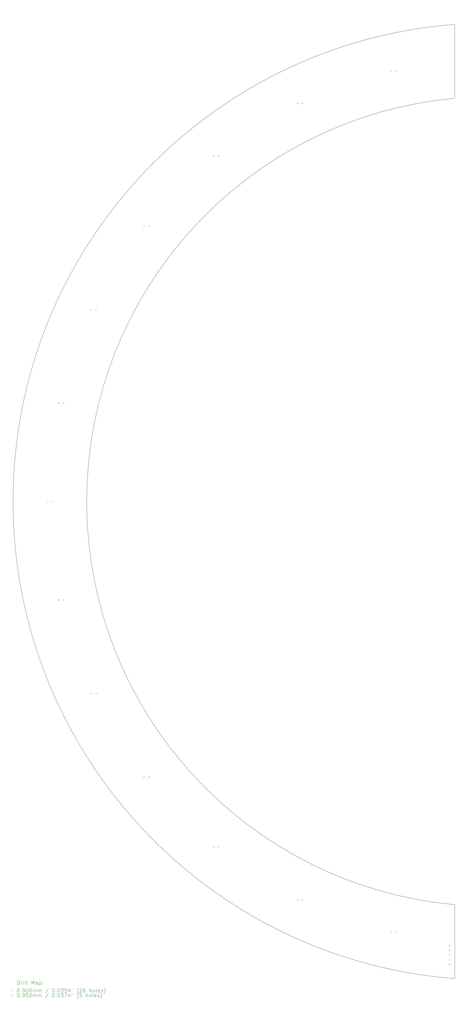
<source format=gbr>
%TF.GenerationSoftware,KiCad,Pcbnew,7.0.1-3b83917a11~172~ubuntu20.04.1*%
%TF.CreationDate,2023-04-19T14:41:03+02:00*%
%TF.ProjectId,nowcast,6e6f7763-6173-4742-9e6b-696361645f70,rev?*%
%TF.SameCoordinates,Original*%
%TF.FileFunction,Drillmap*%
%TF.FilePolarity,Positive*%
%FSLAX45Y45*%
G04 Gerber Fmt 4.5, Leading zero omitted, Abs format (unit mm)*
G04 Created by KiCad (PCBNEW 7.0.1-3b83917a11~172~ubuntu20.04.1) date 2023-04-19 14:41:03*
%MOMM*%
%LPD*%
G01*
G04 APERTURE LIST*
%ADD10C,0.130000*%
%ADD11C,0.200000*%
%ADD12C,0.090000*%
%ADD13C,0.095000*%
G04 APERTURE END LIST*
D10*
X89905285Y-30609350D02*
X89905285Y-34623514D01*
X89905285Y-78441111D02*
X89905285Y-82455275D01*
X89905285Y-34623514D02*
G75*
G03*
X89905285Y-78441110I1999991J-21908798D01*
G01*
X89905285Y-30609350D02*
G75*
G03*
X89905285Y-82455275I2000000J-25922963D01*
G01*
D11*
D12*
X67732500Y-56492500D02*
X67822500Y-56582500D01*
X67822500Y-56492500D02*
X67732500Y-56582500D01*
X67986500Y-56492500D02*
X68076500Y-56582500D01*
X68076500Y-56492500D02*
X67986500Y-56582500D01*
X68337500Y-51142500D02*
X68427500Y-51232500D01*
X68427500Y-51142500D02*
X68337500Y-51232500D01*
X68345000Y-61837500D02*
X68435000Y-61927500D01*
X68435000Y-61837500D02*
X68345000Y-61927500D01*
X68591500Y-51142500D02*
X68681500Y-51232500D01*
X68681500Y-51142500D02*
X68591500Y-51232500D01*
X68599000Y-61837500D02*
X68689000Y-61927500D01*
X68689000Y-61837500D02*
X68599000Y-61927500D01*
X70111000Y-46075000D02*
X70201000Y-46165000D01*
X70201000Y-46075000D02*
X70111000Y-46165000D01*
X70118500Y-66917500D02*
X70208500Y-67007500D01*
X70208500Y-66917500D02*
X70118500Y-67007500D01*
X70365000Y-46075000D02*
X70455000Y-46165000D01*
X70455000Y-46075000D02*
X70365000Y-46165000D01*
X70372500Y-66917500D02*
X70462500Y-67007500D01*
X70462500Y-66917500D02*
X70372500Y-67007500D01*
X72967500Y-41522500D02*
X73057500Y-41612500D01*
X73057500Y-41522500D02*
X72967500Y-41612500D01*
X72970000Y-71462500D02*
X73060000Y-71552500D01*
X73060000Y-71462500D02*
X72970000Y-71552500D01*
X73221500Y-41522500D02*
X73311500Y-41612500D01*
X73311500Y-41522500D02*
X73221500Y-41612500D01*
X73224000Y-71462500D02*
X73314000Y-71552500D01*
X73314000Y-71462500D02*
X73224000Y-71552500D01*
X76762500Y-37732500D02*
X76852500Y-37822500D01*
X76852500Y-37732500D02*
X76762500Y-37822500D01*
X76765000Y-75252500D02*
X76855000Y-75342500D01*
X76855000Y-75252500D02*
X76765000Y-75342500D01*
X77016500Y-37732500D02*
X77106500Y-37822500D01*
X77106500Y-37732500D02*
X77016500Y-37822500D01*
X77019000Y-75252500D02*
X77109000Y-75342500D01*
X77109000Y-75252500D02*
X77019000Y-75342500D01*
X81325000Y-78130000D02*
X81415000Y-78220000D01*
X81415000Y-78130000D02*
X81325000Y-78220000D01*
X81327500Y-34862500D02*
X81417500Y-34952500D01*
X81417500Y-34862500D02*
X81327500Y-34952500D01*
X81579000Y-78130000D02*
X81669000Y-78220000D01*
X81669000Y-78130000D02*
X81579000Y-78220000D01*
X81581500Y-34862500D02*
X81671500Y-34952500D01*
X81671500Y-34862500D02*
X81581500Y-34952500D01*
X86391000Y-33097500D02*
X86481000Y-33187500D01*
X86481000Y-33097500D02*
X86391000Y-33187500D01*
X86391000Y-79892500D02*
X86481000Y-79982500D01*
X86481000Y-79892500D02*
X86391000Y-79982500D01*
X86645000Y-33097500D02*
X86735000Y-33187500D01*
X86735000Y-33097500D02*
X86645000Y-33187500D01*
X86645000Y-79892500D02*
X86735000Y-79982500D01*
X86735000Y-79892500D02*
X86645000Y-79982500D01*
D13*
X89665000Y-80680000D02*
G75*
G03*
X89665000Y-80680000I-47500J0D01*
G01*
X89665000Y-80930000D02*
G75*
G03*
X89665000Y-80930000I-47500J0D01*
G01*
X89665000Y-81180000D02*
G75*
G03*
X89665000Y-81180000I-47500J0D01*
G01*
X89665000Y-81430000D02*
G75*
G03*
X89665000Y-81430000I-47500J0D01*
G01*
X89665000Y-81680000D02*
G75*
G03*
X89665000Y-81680000I-47500J0D01*
G01*
D11*
X66146404Y-82774299D02*
X66146404Y-82574299D01*
X66146404Y-82574299D02*
X66194023Y-82574299D01*
X66194023Y-82574299D02*
X66222594Y-82583823D01*
X66222594Y-82583823D02*
X66241642Y-82602870D01*
X66241642Y-82602870D02*
X66251166Y-82621918D01*
X66251166Y-82621918D02*
X66260689Y-82660013D01*
X66260689Y-82660013D02*
X66260689Y-82688585D01*
X66260689Y-82688585D02*
X66251166Y-82726680D01*
X66251166Y-82726680D02*
X66241642Y-82745728D01*
X66241642Y-82745728D02*
X66222594Y-82764775D01*
X66222594Y-82764775D02*
X66194023Y-82774299D01*
X66194023Y-82774299D02*
X66146404Y-82774299D01*
X66346404Y-82774299D02*
X66346404Y-82640966D01*
X66346404Y-82679061D02*
X66355927Y-82660013D01*
X66355927Y-82660013D02*
X66365451Y-82650489D01*
X66365451Y-82650489D02*
X66384499Y-82640966D01*
X66384499Y-82640966D02*
X66403547Y-82640966D01*
X66470213Y-82774299D02*
X66470213Y-82640966D01*
X66470213Y-82574299D02*
X66460689Y-82583823D01*
X66460689Y-82583823D02*
X66470213Y-82593347D01*
X66470213Y-82593347D02*
X66479737Y-82583823D01*
X66479737Y-82583823D02*
X66470213Y-82574299D01*
X66470213Y-82574299D02*
X66470213Y-82593347D01*
X66594023Y-82774299D02*
X66574975Y-82764775D01*
X66574975Y-82764775D02*
X66565451Y-82745728D01*
X66565451Y-82745728D02*
X66565451Y-82574299D01*
X66698785Y-82774299D02*
X66679737Y-82764775D01*
X66679737Y-82764775D02*
X66670213Y-82745728D01*
X66670213Y-82745728D02*
X66670213Y-82574299D01*
X66927356Y-82774299D02*
X66927356Y-82574299D01*
X66927356Y-82574299D02*
X66994023Y-82717156D01*
X66994023Y-82717156D02*
X67060689Y-82574299D01*
X67060689Y-82574299D02*
X67060689Y-82774299D01*
X67241642Y-82774299D02*
X67241642Y-82669537D01*
X67241642Y-82669537D02*
X67232118Y-82650489D01*
X67232118Y-82650489D02*
X67213070Y-82640966D01*
X67213070Y-82640966D02*
X67174975Y-82640966D01*
X67174975Y-82640966D02*
X67155928Y-82650489D01*
X67241642Y-82764775D02*
X67222594Y-82774299D01*
X67222594Y-82774299D02*
X67174975Y-82774299D01*
X67174975Y-82774299D02*
X67155928Y-82764775D01*
X67155928Y-82764775D02*
X67146404Y-82745728D01*
X67146404Y-82745728D02*
X67146404Y-82726680D01*
X67146404Y-82726680D02*
X67155928Y-82707632D01*
X67155928Y-82707632D02*
X67174975Y-82698109D01*
X67174975Y-82698109D02*
X67222594Y-82698109D01*
X67222594Y-82698109D02*
X67241642Y-82688585D01*
X67336880Y-82640966D02*
X67336880Y-82840966D01*
X67336880Y-82650489D02*
X67355928Y-82640966D01*
X67355928Y-82640966D02*
X67394023Y-82640966D01*
X67394023Y-82640966D02*
X67413070Y-82650489D01*
X67413070Y-82650489D02*
X67422594Y-82660013D01*
X67422594Y-82660013D02*
X67432118Y-82679061D01*
X67432118Y-82679061D02*
X67432118Y-82736204D01*
X67432118Y-82736204D02*
X67422594Y-82755251D01*
X67422594Y-82755251D02*
X67413070Y-82764775D01*
X67413070Y-82764775D02*
X67394023Y-82774299D01*
X67394023Y-82774299D02*
X67355928Y-82774299D01*
X67355928Y-82774299D02*
X67336880Y-82764775D01*
X67517832Y-82755251D02*
X67527356Y-82764775D01*
X67527356Y-82764775D02*
X67517832Y-82774299D01*
X67517832Y-82774299D02*
X67508309Y-82764775D01*
X67508309Y-82764775D02*
X67517832Y-82755251D01*
X67517832Y-82755251D02*
X67517832Y-82774299D01*
X67517832Y-82650489D02*
X67527356Y-82660013D01*
X67527356Y-82660013D02*
X67517832Y-82669537D01*
X67517832Y-82669537D02*
X67508309Y-82660013D01*
X67508309Y-82660013D02*
X67517832Y-82650489D01*
X67517832Y-82650489D02*
X67517832Y-82669537D01*
D12*
X65808785Y-83056775D02*
X65898785Y-83146775D01*
X65898785Y-83056775D02*
X65808785Y-83146775D01*
D11*
X66184499Y-82994299D02*
X66203547Y-82994299D01*
X66203547Y-82994299D02*
X66222594Y-83003823D01*
X66222594Y-83003823D02*
X66232118Y-83013347D01*
X66232118Y-83013347D02*
X66241642Y-83032394D01*
X66241642Y-83032394D02*
X66251166Y-83070489D01*
X66251166Y-83070489D02*
X66251166Y-83118109D01*
X66251166Y-83118109D02*
X66241642Y-83156204D01*
X66241642Y-83156204D02*
X66232118Y-83175251D01*
X66232118Y-83175251D02*
X66222594Y-83184775D01*
X66222594Y-83184775D02*
X66203547Y-83194299D01*
X66203547Y-83194299D02*
X66184499Y-83194299D01*
X66184499Y-83194299D02*
X66165451Y-83184775D01*
X66165451Y-83184775D02*
X66155927Y-83175251D01*
X66155927Y-83175251D02*
X66146404Y-83156204D01*
X66146404Y-83156204D02*
X66136880Y-83118109D01*
X66136880Y-83118109D02*
X66136880Y-83070489D01*
X66136880Y-83070489D02*
X66146404Y-83032394D01*
X66146404Y-83032394D02*
X66155927Y-83013347D01*
X66155927Y-83013347D02*
X66165451Y-83003823D01*
X66165451Y-83003823D02*
X66184499Y-82994299D01*
X66336880Y-83175251D02*
X66346404Y-83184775D01*
X66346404Y-83184775D02*
X66336880Y-83194299D01*
X66336880Y-83194299D02*
X66327356Y-83184775D01*
X66327356Y-83184775D02*
X66336880Y-83175251D01*
X66336880Y-83175251D02*
X66336880Y-83194299D01*
X66441642Y-83194299D02*
X66479737Y-83194299D01*
X66479737Y-83194299D02*
X66498785Y-83184775D01*
X66498785Y-83184775D02*
X66508308Y-83175251D01*
X66508308Y-83175251D02*
X66527356Y-83146680D01*
X66527356Y-83146680D02*
X66536880Y-83108585D01*
X66536880Y-83108585D02*
X66536880Y-83032394D01*
X66536880Y-83032394D02*
X66527356Y-83013347D01*
X66527356Y-83013347D02*
X66517832Y-83003823D01*
X66517832Y-83003823D02*
X66498785Y-82994299D01*
X66498785Y-82994299D02*
X66460689Y-82994299D01*
X66460689Y-82994299D02*
X66441642Y-83003823D01*
X66441642Y-83003823D02*
X66432118Y-83013347D01*
X66432118Y-83013347D02*
X66422594Y-83032394D01*
X66422594Y-83032394D02*
X66422594Y-83080013D01*
X66422594Y-83080013D02*
X66432118Y-83099061D01*
X66432118Y-83099061D02*
X66441642Y-83108585D01*
X66441642Y-83108585D02*
X66460689Y-83118109D01*
X66460689Y-83118109D02*
X66498785Y-83118109D01*
X66498785Y-83118109D02*
X66517832Y-83108585D01*
X66517832Y-83108585D02*
X66527356Y-83099061D01*
X66527356Y-83099061D02*
X66536880Y-83080013D01*
X66660689Y-82994299D02*
X66679737Y-82994299D01*
X66679737Y-82994299D02*
X66698785Y-83003823D01*
X66698785Y-83003823D02*
X66708308Y-83013347D01*
X66708308Y-83013347D02*
X66717832Y-83032394D01*
X66717832Y-83032394D02*
X66727356Y-83070489D01*
X66727356Y-83070489D02*
X66727356Y-83118109D01*
X66727356Y-83118109D02*
X66717832Y-83156204D01*
X66717832Y-83156204D02*
X66708308Y-83175251D01*
X66708308Y-83175251D02*
X66698785Y-83184775D01*
X66698785Y-83184775D02*
X66679737Y-83194299D01*
X66679737Y-83194299D02*
X66660689Y-83194299D01*
X66660689Y-83194299D02*
X66641642Y-83184775D01*
X66641642Y-83184775D02*
X66632118Y-83175251D01*
X66632118Y-83175251D02*
X66622594Y-83156204D01*
X66622594Y-83156204D02*
X66613070Y-83118109D01*
X66613070Y-83118109D02*
X66613070Y-83070489D01*
X66613070Y-83070489D02*
X66622594Y-83032394D01*
X66622594Y-83032394D02*
X66632118Y-83013347D01*
X66632118Y-83013347D02*
X66641642Y-83003823D01*
X66641642Y-83003823D02*
X66660689Y-82994299D01*
X66851166Y-82994299D02*
X66870213Y-82994299D01*
X66870213Y-82994299D02*
X66889261Y-83003823D01*
X66889261Y-83003823D02*
X66898785Y-83013347D01*
X66898785Y-83013347D02*
X66908308Y-83032394D01*
X66908308Y-83032394D02*
X66917832Y-83070489D01*
X66917832Y-83070489D02*
X66917832Y-83118109D01*
X66917832Y-83118109D02*
X66908308Y-83156204D01*
X66908308Y-83156204D02*
X66898785Y-83175251D01*
X66898785Y-83175251D02*
X66889261Y-83184775D01*
X66889261Y-83184775D02*
X66870213Y-83194299D01*
X66870213Y-83194299D02*
X66851166Y-83194299D01*
X66851166Y-83194299D02*
X66832118Y-83184775D01*
X66832118Y-83184775D02*
X66822594Y-83175251D01*
X66822594Y-83175251D02*
X66813070Y-83156204D01*
X66813070Y-83156204D02*
X66803547Y-83118109D01*
X66803547Y-83118109D02*
X66803547Y-83070489D01*
X66803547Y-83070489D02*
X66813070Y-83032394D01*
X66813070Y-83032394D02*
X66822594Y-83013347D01*
X66822594Y-83013347D02*
X66832118Y-83003823D01*
X66832118Y-83003823D02*
X66851166Y-82994299D01*
X67003547Y-83194299D02*
X67003547Y-83060966D01*
X67003547Y-83080013D02*
X67013070Y-83070489D01*
X67013070Y-83070489D02*
X67032118Y-83060966D01*
X67032118Y-83060966D02*
X67060689Y-83060966D01*
X67060689Y-83060966D02*
X67079737Y-83070489D01*
X67079737Y-83070489D02*
X67089261Y-83089537D01*
X67089261Y-83089537D02*
X67089261Y-83194299D01*
X67089261Y-83089537D02*
X67098785Y-83070489D01*
X67098785Y-83070489D02*
X67117832Y-83060966D01*
X67117832Y-83060966D02*
X67146404Y-83060966D01*
X67146404Y-83060966D02*
X67165451Y-83070489D01*
X67165451Y-83070489D02*
X67174975Y-83089537D01*
X67174975Y-83089537D02*
X67174975Y-83194299D01*
X67270213Y-83194299D02*
X67270213Y-83060966D01*
X67270213Y-83080013D02*
X67279737Y-83070489D01*
X67279737Y-83070489D02*
X67298785Y-83060966D01*
X67298785Y-83060966D02*
X67327356Y-83060966D01*
X67327356Y-83060966D02*
X67346404Y-83070489D01*
X67346404Y-83070489D02*
X67355928Y-83089537D01*
X67355928Y-83089537D02*
X67355928Y-83194299D01*
X67355928Y-83089537D02*
X67365451Y-83070489D01*
X67365451Y-83070489D02*
X67384499Y-83060966D01*
X67384499Y-83060966D02*
X67413070Y-83060966D01*
X67413070Y-83060966D02*
X67432118Y-83070489D01*
X67432118Y-83070489D02*
X67441642Y-83089537D01*
X67441642Y-83089537D02*
X67441642Y-83194299D01*
X67832118Y-82984775D02*
X67660690Y-83241918D01*
X68089261Y-82994299D02*
X68108309Y-82994299D01*
X68108309Y-82994299D02*
X68127356Y-83003823D01*
X68127356Y-83003823D02*
X68136880Y-83013347D01*
X68136880Y-83013347D02*
X68146404Y-83032394D01*
X68146404Y-83032394D02*
X68155928Y-83070489D01*
X68155928Y-83070489D02*
X68155928Y-83118109D01*
X68155928Y-83118109D02*
X68146404Y-83156204D01*
X68146404Y-83156204D02*
X68136880Y-83175251D01*
X68136880Y-83175251D02*
X68127356Y-83184775D01*
X68127356Y-83184775D02*
X68108309Y-83194299D01*
X68108309Y-83194299D02*
X68089261Y-83194299D01*
X68089261Y-83194299D02*
X68070213Y-83184775D01*
X68070213Y-83184775D02*
X68060690Y-83175251D01*
X68060690Y-83175251D02*
X68051166Y-83156204D01*
X68051166Y-83156204D02*
X68041642Y-83118109D01*
X68041642Y-83118109D02*
X68041642Y-83070489D01*
X68041642Y-83070489D02*
X68051166Y-83032394D01*
X68051166Y-83032394D02*
X68060690Y-83013347D01*
X68060690Y-83013347D02*
X68070213Y-83003823D01*
X68070213Y-83003823D02*
X68089261Y-82994299D01*
X68241642Y-83175251D02*
X68251166Y-83184775D01*
X68251166Y-83184775D02*
X68241642Y-83194299D01*
X68241642Y-83194299D02*
X68232118Y-83184775D01*
X68232118Y-83184775D02*
X68241642Y-83175251D01*
X68241642Y-83175251D02*
X68241642Y-83194299D01*
X68374975Y-82994299D02*
X68394023Y-82994299D01*
X68394023Y-82994299D02*
X68413071Y-83003823D01*
X68413071Y-83003823D02*
X68422594Y-83013347D01*
X68422594Y-83013347D02*
X68432118Y-83032394D01*
X68432118Y-83032394D02*
X68441642Y-83070489D01*
X68441642Y-83070489D02*
X68441642Y-83118109D01*
X68441642Y-83118109D02*
X68432118Y-83156204D01*
X68432118Y-83156204D02*
X68422594Y-83175251D01*
X68422594Y-83175251D02*
X68413071Y-83184775D01*
X68413071Y-83184775D02*
X68394023Y-83194299D01*
X68394023Y-83194299D02*
X68374975Y-83194299D01*
X68374975Y-83194299D02*
X68355928Y-83184775D01*
X68355928Y-83184775D02*
X68346404Y-83175251D01*
X68346404Y-83175251D02*
X68336880Y-83156204D01*
X68336880Y-83156204D02*
X68327356Y-83118109D01*
X68327356Y-83118109D02*
X68327356Y-83070489D01*
X68327356Y-83070489D02*
X68336880Y-83032394D01*
X68336880Y-83032394D02*
X68346404Y-83013347D01*
X68346404Y-83013347D02*
X68355928Y-83003823D01*
X68355928Y-83003823D02*
X68374975Y-82994299D01*
X68508309Y-82994299D02*
X68632118Y-82994299D01*
X68632118Y-82994299D02*
X68565452Y-83070489D01*
X68565452Y-83070489D02*
X68594023Y-83070489D01*
X68594023Y-83070489D02*
X68613071Y-83080013D01*
X68613071Y-83080013D02*
X68622594Y-83089537D01*
X68622594Y-83089537D02*
X68632118Y-83108585D01*
X68632118Y-83108585D02*
X68632118Y-83156204D01*
X68632118Y-83156204D02*
X68622594Y-83175251D01*
X68622594Y-83175251D02*
X68613071Y-83184775D01*
X68613071Y-83184775D02*
X68594023Y-83194299D01*
X68594023Y-83194299D02*
X68536880Y-83194299D01*
X68536880Y-83194299D02*
X68517833Y-83184775D01*
X68517833Y-83184775D02*
X68508309Y-83175251D01*
X68813071Y-82994299D02*
X68717833Y-82994299D01*
X68717833Y-82994299D02*
X68708309Y-83089537D01*
X68708309Y-83089537D02*
X68717833Y-83080013D01*
X68717833Y-83080013D02*
X68736880Y-83070489D01*
X68736880Y-83070489D02*
X68784499Y-83070489D01*
X68784499Y-83070489D02*
X68803547Y-83080013D01*
X68803547Y-83080013D02*
X68813071Y-83089537D01*
X68813071Y-83089537D02*
X68822594Y-83108585D01*
X68822594Y-83108585D02*
X68822594Y-83156204D01*
X68822594Y-83156204D02*
X68813071Y-83175251D01*
X68813071Y-83175251D02*
X68803547Y-83184775D01*
X68803547Y-83184775D02*
X68784499Y-83194299D01*
X68784499Y-83194299D02*
X68736880Y-83194299D01*
X68736880Y-83194299D02*
X68717833Y-83184775D01*
X68717833Y-83184775D02*
X68708309Y-83175251D01*
X68994023Y-83060966D02*
X68994023Y-83194299D01*
X68946404Y-82984775D02*
X68898785Y-83127632D01*
X68898785Y-83127632D02*
X69022594Y-83127632D01*
X69089261Y-82994299D02*
X69089261Y-83032394D01*
X69165452Y-82994299D02*
X69165452Y-83032394D01*
X69460690Y-83270489D02*
X69451166Y-83260966D01*
X69451166Y-83260966D02*
X69432118Y-83232394D01*
X69432118Y-83232394D02*
X69422595Y-83213347D01*
X69422595Y-83213347D02*
X69413071Y-83184775D01*
X69413071Y-83184775D02*
X69403547Y-83137156D01*
X69403547Y-83137156D02*
X69403547Y-83099061D01*
X69403547Y-83099061D02*
X69413071Y-83051442D01*
X69413071Y-83051442D02*
X69422595Y-83022870D01*
X69422595Y-83022870D02*
X69432118Y-83003823D01*
X69432118Y-83003823D02*
X69451166Y-82975251D01*
X69451166Y-82975251D02*
X69460690Y-82965728D01*
X69527356Y-83013347D02*
X69536880Y-83003823D01*
X69536880Y-83003823D02*
X69555928Y-82994299D01*
X69555928Y-82994299D02*
X69603547Y-82994299D01*
X69603547Y-82994299D02*
X69622595Y-83003823D01*
X69622595Y-83003823D02*
X69632118Y-83013347D01*
X69632118Y-83013347D02*
X69641642Y-83032394D01*
X69641642Y-83032394D02*
X69641642Y-83051442D01*
X69641642Y-83051442D02*
X69632118Y-83080013D01*
X69632118Y-83080013D02*
X69517833Y-83194299D01*
X69517833Y-83194299D02*
X69641642Y-83194299D01*
X69813071Y-82994299D02*
X69774975Y-82994299D01*
X69774975Y-82994299D02*
X69755928Y-83003823D01*
X69755928Y-83003823D02*
X69746404Y-83013347D01*
X69746404Y-83013347D02*
X69727356Y-83041918D01*
X69727356Y-83041918D02*
X69717833Y-83080013D01*
X69717833Y-83080013D02*
X69717833Y-83156204D01*
X69717833Y-83156204D02*
X69727356Y-83175251D01*
X69727356Y-83175251D02*
X69736880Y-83184775D01*
X69736880Y-83184775D02*
X69755928Y-83194299D01*
X69755928Y-83194299D02*
X69794023Y-83194299D01*
X69794023Y-83194299D02*
X69813071Y-83184775D01*
X69813071Y-83184775D02*
X69822595Y-83175251D01*
X69822595Y-83175251D02*
X69832118Y-83156204D01*
X69832118Y-83156204D02*
X69832118Y-83108585D01*
X69832118Y-83108585D02*
X69822595Y-83089537D01*
X69822595Y-83089537D02*
X69813071Y-83080013D01*
X69813071Y-83080013D02*
X69794023Y-83070489D01*
X69794023Y-83070489D02*
X69755928Y-83070489D01*
X69755928Y-83070489D02*
X69736880Y-83080013D01*
X69736880Y-83080013D02*
X69727356Y-83089537D01*
X69727356Y-83089537D02*
X69717833Y-83108585D01*
X70070214Y-83194299D02*
X70070214Y-82994299D01*
X70155928Y-83194299D02*
X70155928Y-83089537D01*
X70155928Y-83089537D02*
X70146404Y-83070489D01*
X70146404Y-83070489D02*
X70127357Y-83060966D01*
X70127357Y-83060966D02*
X70098785Y-83060966D01*
X70098785Y-83060966D02*
X70079737Y-83070489D01*
X70079737Y-83070489D02*
X70070214Y-83080013D01*
X70279737Y-83194299D02*
X70260690Y-83184775D01*
X70260690Y-83184775D02*
X70251166Y-83175251D01*
X70251166Y-83175251D02*
X70241642Y-83156204D01*
X70241642Y-83156204D02*
X70241642Y-83099061D01*
X70241642Y-83099061D02*
X70251166Y-83080013D01*
X70251166Y-83080013D02*
X70260690Y-83070489D01*
X70260690Y-83070489D02*
X70279737Y-83060966D01*
X70279737Y-83060966D02*
X70308309Y-83060966D01*
X70308309Y-83060966D02*
X70327357Y-83070489D01*
X70327357Y-83070489D02*
X70336880Y-83080013D01*
X70336880Y-83080013D02*
X70346404Y-83099061D01*
X70346404Y-83099061D02*
X70346404Y-83156204D01*
X70346404Y-83156204D02*
X70336880Y-83175251D01*
X70336880Y-83175251D02*
X70327357Y-83184775D01*
X70327357Y-83184775D02*
X70308309Y-83194299D01*
X70308309Y-83194299D02*
X70279737Y-83194299D01*
X70460690Y-83194299D02*
X70441642Y-83184775D01*
X70441642Y-83184775D02*
X70432118Y-83165728D01*
X70432118Y-83165728D02*
X70432118Y-82994299D01*
X70613071Y-83184775D02*
X70594023Y-83194299D01*
X70594023Y-83194299D02*
X70555928Y-83194299D01*
X70555928Y-83194299D02*
X70536880Y-83184775D01*
X70536880Y-83184775D02*
X70527357Y-83165728D01*
X70527357Y-83165728D02*
X70527357Y-83089537D01*
X70527357Y-83089537D02*
X70536880Y-83070489D01*
X70536880Y-83070489D02*
X70555928Y-83060966D01*
X70555928Y-83060966D02*
X70594023Y-83060966D01*
X70594023Y-83060966D02*
X70613071Y-83070489D01*
X70613071Y-83070489D02*
X70622595Y-83089537D01*
X70622595Y-83089537D02*
X70622595Y-83108585D01*
X70622595Y-83108585D02*
X70527357Y-83127632D01*
X70698785Y-83184775D02*
X70717833Y-83194299D01*
X70717833Y-83194299D02*
X70755928Y-83194299D01*
X70755928Y-83194299D02*
X70774976Y-83184775D01*
X70774976Y-83184775D02*
X70784499Y-83165728D01*
X70784499Y-83165728D02*
X70784499Y-83156204D01*
X70784499Y-83156204D02*
X70774976Y-83137156D01*
X70774976Y-83137156D02*
X70755928Y-83127632D01*
X70755928Y-83127632D02*
X70727357Y-83127632D01*
X70727357Y-83127632D02*
X70708309Y-83118109D01*
X70708309Y-83118109D02*
X70698785Y-83099061D01*
X70698785Y-83099061D02*
X70698785Y-83089537D01*
X70698785Y-83089537D02*
X70708309Y-83070489D01*
X70708309Y-83070489D02*
X70727357Y-83060966D01*
X70727357Y-83060966D02*
X70755928Y-83060966D01*
X70755928Y-83060966D02*
X70774976Y-83070489D01*
X70851166Y-83270489D02*
X70860690Y-83260966D01*
X70860690Y-83260966D02*
X70879738Y-83232394D01*
X70879738Y-83232394D02*
X70889261Y-83213347D01*
X70889261Y-83213347D02*
X70898785Y-83184775D01*
X70898785Y-83184775D02*
X70908309Y-83137156D01*
X70908309Y-83137156D02*
X70908309Y-83099061D01*
X70908309Y-83099061D02*
X70898785Y-83051442D01*
X70898785Y-83051442D02*
X70889261Y-83022870D01*
X70889261Y-83022870D02*
X70879738Y-83003823D01*
X70879738Y-83003823D02*
X70860690Y-82975251D01*
X70860690Y-82975251D02*
X70851166Y-82965728D01*
D13*
X65898785Y-83365775D02*
G75*
G03*
X65898785Y-83365775I-47500J0D01*
G01*
D11*
X66184499Y-83258299D02*
X66203547Y-83258299D01*
X66203547Y-83258299D02*
X66222594Y-83267823D01*
X66222594Y-83267823D02*
X66232118Y-83277347D01*
X66232118Y-83277347D02*
X66241642Y-83296394D01*
X66241642Y-83296394D02*
X66251166Y-83334489D01*
X66251166Y-83334489D02*
X66251166Y-83382109D01*
X66251166Y-83382109D02*
X66241642Y-83420204D01*
X66241642Y-83420204D02*
X66232118Y-83439251D01*
X66232118Y-83439251D02*
X66222594Y-83448775D01*
X66222594Y-83448775D02*
X66203547Y-83458299D01*
X66203547Y-83458299D02*
X66184499Y-83458299D01*
X66184499Y-83458299D02*
X66165451Y-83448775D01*
X66165451Y-83448775D02*
X66155927Y-83439251D01*
X66155927Y-83439251D02*
X66146404Y-83420204D01*
X66146404Y-83420204D02*
X66136880Y-83382109D01*
X66136880Y-83382109D02*
X66136880Y-83334489D01*
X66136880Y-83334489D02*
X66146404Y-83296394D01*
X66146404Y-83296394D02*
X66155927Y-83277347D01*
X66155927Y-83277347D02*
X66165451Y-83267823D01*
X66165451Y-83267823D02*
X66184499Y-83258299D01*
X66336880Y-83439251D02*
X66346404Y-83448775D01*
X66346404Y-83448775D02*
X66336880Y-83458299D01*
X66336880Y-83458299D02*
X66327356Y-83448775D01*
X66327356Y-83448775D02*
X66336880Y-83439251D01*
X66336880Y-83439251D02*
X66336880Y-83458299D01*
X66441642Y-83458299D02*
X66479737Y-83458299D01*
X66479737Y-83458299D02*
X66498785Y-83448775D01*
X66498785Y-83448775D02*
X66508308Y-83439251D01*
X66508308Y-83439251D02*
X66527356Y-83410680D01*
X66527356Y-83410680D02*
X66536880Y-83372585D01*
X66536880Y-83372585D02*
X66536880Y-83296394D01*
X66536880Y-83296394D02*
X66527356Y-83277347D01*
X66527356Y-83277347D02*
X66517832Y-83267823D01*
X66517832Y-83267823D02*
X66498785Y-83258299D01*
X66498785Y-83258299D02*
X66460689Y-83258299D01*
X66460689Y-83258299D02*
X66441642Y-83267823D01*
X66441642Y-83267823D02*
X66432118Y-83277347D01*
X66432118Y-83277347D02*
X66422594Y-83296394D01*
X66422594Y-83296394D02*
X66422594Y-83344013D01*
X66422594Y-83344013D02*
X66432118Y-83363061D01*
X66432118Y-83363061D02*
X66441642Y-83372585D01*
X66441642Y-83372585D02*
X66460689Y-83382109D01*
X66460689Y-83382109D02*
X66498785Y-83382109D01*
X66498785Y-83382109D02*
X66517832Y-83372585D01*
X66517832Y-83372585D02*
X66527356Y-83363061D01*
X66527356Y-83363061D02*
X66536880Y-83344013D01*
X66717832Y-83258299D02*
X66622594Y-83258299D01*
X66622594Y-83258299D02*
X66613070Y-83353537D01*
X66613070Y-83353537D02*
X66622594Y-83344013D01*
X66622594Y-83344013D02*
X66641642Y-83334489D01*
X66641642Y-83334489D02*
X66689261Y-83334489D01*
X66689261Y-83334489D02*
X66708308Y-83344013D01*
X66708308Y-83344013D02*
X66717832Y-83353537D01*
X66717832Y-83353537D02*
X66727356Y-83372585D01*
X66727356Y-83372585D02*
X66727356Y-83420204D01*
X66727356Y-83420204D02*
X66717832Y-83439251D01*
X66717832Y-83439251D02*
X66708308Y-83448775D01*
X66708308Y-83448775D02*
X66689261Y-83458299D01*
X66689261Y-83458299D02*
X66641642Y-83458299D01*
X66641642Y-83458299D02*
X66622594Y-83448775D01*
X66622594Y-83448775D02*
X66613070Y-83439251D01*
X66851166Y-83258299D02*
X66870213Y-83258299D01*
X66870213Y-83258299D02*
X66889261Y-83267823D01*
X66889261Y-83267823D02*
X66898785Y-83277347D01*
X66898785Y-83277347D02*
X66908308Y-83296394D01*
X66908308Y-83296394D02*
X66917832Y-83334489D01*
X66917832Y-83334489D02*
X66917832Y-83382109D01*
X66917832Y-83382109D02*
X66908308Y-83420204D01*
X66908308Y-83420204D02*
X66898785Y-83439251D01*
X66898785Y-83439251D02*
X66889261Y-83448775D01*
X66889261Y-83448775D02*
X66870213Y-83458299D01*
X66870213Y-83458299D02*
X66851166Y-83458299D01*
X66851166Y-83458299D02*
X66832118Y-83448775D01*
X66832118Y-83448775D02*
X66822594Y-83439251D01*
X66822594Y-83439251D02*
X66813070Y-83420204D01*
X66813070Y-83420204D02*
X66803547Y-83382109D01*
X66803547Y-83382109D02*
X66803547Y-83334489D01*
X66803547Y-83334489D02*
X66813070Y-83296394D01*
X66813070Y-83296394D02*
X66822594Y-83277347D01*
X66822594Y-83277347D02*
X66832118Y-83267823D01*
X66832118Y-83267823D02*
X66851166Y-83258299D01*
X67003547Y-83458299D02*
X67003547Y-83324966D01*
X67003547Y-83344013D02*
X67013070Y-83334489D01*
X67013070Y-83334489D02*
X67032118Y-83324966D01*
X67032118Y-83324966D02*
X67060689Y-83324966D01*
X67060689Y-83324966D02*
X67079737Y-83334489D01*
X67079737Y-83334489D02*
X67089261Y-83353537D01*
X67089261Y-83353537D02*
X67089261Y-83458299D01*
X67089261Y-83353537D02*
X67098785Y-83334489D01*
X67098785Y-83334489D02*
X67117832Y-83324966D01*
X67117832Y-83324966D02*
X67146404Y-83324966D01*
X67146404Y-83324966D02*
X67165451Y-83334489D01*
X67165451Y-83334489D02*
X67174975Y-83353537D01*
X67174975Y-83353537D02*
X67174975Y-83458299D01*
X67270213Y-83458299D02*
X67270213Y-83324966D01*
X67270213Y-83344013D02*
X67279737Y-83334489D01*
X67279737Y-83334489D02*
X67298785Y-83324966D01*
X67298785Y-83324966D02*
X67327356Y-83324966D01*
X67327356Y-83324966D02*
X67346404Y-83334489D01*
X67346404Y-83334489D02*
X67355928Y-83353537D01*
X67355928Y-83353537D02*
X67355928Y-83458299D01*
X67355928Y-83353537D02*
X67365451Y-83334489D01*
X67365451Y-83334489D02*
X67384499Y-83324966D01*
X67384499Y-83324966D02*
X67413070Y-83324966D01*
X67413070Y-83324966D02*
X67432118Y-83334489D01*
X67432118Y-83334489D02*
X67441642Y-83353537D01*
X67441642Y-83353537D02*
X67441642Y-83458299D01*
X67832118Y-83248775D02*
X67660690Y-83505918D01*
X68089261Y-83258299D02*
X68108309Y-83258299D01*
X68108309Y-83258299D02*
X68127356Y-83267823D01*
X68127356Y-83267823D02*
X68136880Y-83277347D01*
X68136880Y-83277347D02*
X68146404Y-83296394D01*
X68146404Y-83296394D02*
X68155928Y-83334489D01*
X68155928Y-83334489D02*
X68155928Y-83382109D01*
X68155928Y-83382109D02*
X68146404Y-83420204D01*
X68146404Y-83420204D02*
X68136880Y-83439251D01*
X68136880Y-83439251D02*
X68127356Y-83448775D01*
X68127356Y-83448775D02*
X68108309Y-83458299D01*
X68108309Y-83458299D02*
X68089261Y-83458299D01*
X68089261Y-83458299D02*
X68070213Y-83448775D01*
X68070213Y-83448775D02*
X68060690Y-83439251D01*
X68060690Y-83439251D02*
X68051166Y-83420204D01*
X68051166Y-83420204D02*
X68041642Y-83382109D01*
X68041642Y-83382109D02*
X68041642Y-83334489D01*
X68041642Y-83334489D02*
X68051166Y-83296394D01*
X68051166Y-83296394D02*
X68060690Y-83277347D01*
X68060690Y-83277347D02*
X68070213Y-83267823D01*
X68070213Y-83267823D02*
X68089261Y-83258299D01*
X68241642Y-83439251D02*
X68251166Y-83448775D01*
X68251166Y-83448775D02*
X68241642Y-83458299D01*
X68241642Y-83458299D02*
X68232118Y-83448775D01*
X68232118Y-83448775D02*
X68241642Y-83439251D01*
X68241642Y-83439251D02*
X68241642Y-83458299D01*
X68374975Y-83258299D02*
X68394023Y-83258299D01*
X68394023Y-83258299D02*
X68413071Y-83267823D01*
X68413071Y-83267823D02*
X68422594Y-83277347D01*
X68422594Y-83277347D02*
X68432118Y-83296394D01*
X68432118Y-83296394D02*
X68441642Y-83334489D01*
X68441642Y-83334489D02*
X68441642Y-83382109D01*
X68441642Y-83382109D02*
X68432118Y-83420204D01*
X68432118Y-83420204D02*
X68422594Y-83439251D01*
X68422594Y-83439251D02*
X68413071Y-83448775D01*
X68413071Y-83448775D02*
X68394023Y-83458299D01*
X68394023Y-83458299D02*
X68374975Y-83458299D01*
X68374975Y-83458299D02*
X68355928Y-83448775D01*
X68355928Y-83448775D02*
X68346404Y-83439251D01*
X68346404Y-83439251D02*
X68336880Y-83420204D01*
X68336880Y-83420204D02*
X68327356Y-83382109D01*
X68327356Y-83382109D02*
X68327356Y-83334489D01*
X68327356Y-83334489D02*
X68336880Y-83296394D01*
X68336880Y-83296394D02*
X68346404Y-83277347D01*
X68346404Y-83277347D02*
X68355928Y-83267823D01*
X68355928Y-83267823D02*
X68374975Y-83258299D01*
X68508309Y-83258299D02*
X68632118Y-83258299D01*
X68632118Y-83258299D02*
X68565452Y-83334489D01*
X68565452Y-83334489D02*
X68594023Y-83334489D01*
X68594023Y-83334489D02*
X68613071Y-83344013D01*
X68613071Y-83344013D02*
X68622594Y-83353537D01*
X68622594Y-83353537D02*
X68632118Y-83372585D01*
X68632118Y-83372585D02*
X68632118Y-83420204D01*
X68632118Y-83420204D02*
X68622594Y-83439251D01*
X68622594Y-83439251D02*
X68613071Y-83448775D01*
X68613071Y-83448775D02*
X68594023Y-83458299D01*
X68594023Y-83458299D02*
X68536880Y-83458299D01*
X68536880Y-83458299D02*
X68517833Y-83448775D01*
X68517833Y-83448775D02*
X68508309Y-83439251D01*
X68698785Y-83258299D02*
X68832118Y-83258299D01*
X68832118Y-83258299D02*
X68746404Y-83458299D01*
X68994023Y-83324966D02*
X68994023Y-83458299D01*
X68946404Y-83248775D02*
X68898785Y-83391632D01*
X68898785Y-83391632D02*
X69022594Y-83391632D01*
X69089261Y-83258299D02*
X69089261Y-83296394D01*
X69165452Y-83258299D02*
X69165452Y-83296394D01*
X69460690Y-83534489D02*
X69451166Y-83524966D01*
X69451166Y-83524966D02*
X69432118Y-83496394D01*
X69432118Y-83496394D02*
X69422595Y-83477347D01*
X69422595Y-83477347D02*
X69413071Y-83448775D01*
X69413071Y-83448775D02*
X69403547Y-83401156D01*
X69403547Y-83401156D02*
X69403547Y-83363061D01*
X69403547Y-83363061D02*
X69413071Y-83315442D01*
X69413071Y-83315442D02*
X69422595Y-83286870D01*
X69422595Y-83286870D02*
X69432118Y-83267823D01*
X69432118Y-83267823D02*
X69451166Y-83239251D01*
X69451166Y-83239251D02*
X69460690Y-83229728D01*
X69632118Y-83258299D02*
X69536880Y-83258299D01*
X69536880Y-83258299D02*
X69527356Y-83353537D01*
X69527356Y-83353537D02*
X69536880Y-83344013D01*
X69536880Y-83344013D02*
X69555928Y-83334489D01*
X69555928Y-83334489D02*
X69603547Y-83334489D01*
X69603547Y-83334489D02*
X69622595Y-83344013D01*
X69622595Y-83344013D02*
X69632118Y-83353537D01*
X69632118Y-83353537D02*
X69641642Y-83372585D01*
X69641642Y-83372585D02*
X69641642Y-83420204D01*
X69641642Y-83420204D02*
X69632118Y-83439251D01*
X69632118Y-83439251D02*
X69622595Y-83448775D01*
X69622595Y-83448775D02*
X69603547Y-83458299D01*
X69603547Y-83458299D02*
X69555928Y-83458299D01*
X69555928Y-83458299D02*
X69536880Y-83448775D01*
X69536880Y-83448775D02*
X69527356Y-83439251D01*
X69879737Y-83458299D02*
X69879737Y-83258299D01*
X69965452Y-83458299D02*
X69965452Y-83353537D01*
X69965452Y-83353537D02*
X69955928Y-83334489D01*
X69955928Y-83334489D02*
X69936880Y-83324966D01*
X69936880Y-83324966D02*
X69908309Y-83324966D01*
X69908309Y-83324966D02*
X69889261Y-83334489D01*
X69889261Y-83334489D02*
X69879737Y-83344013D01*
X70089261Y-83458299D02*
X70070214Y-83448775D01*
X70070214Y-83448775D02*
X70060690Y-83439251D01*
X70060690Y-83439251D02*
X70051166Y-83420204D01*
X70051166Y-83420204D02*
X70051166Y-83363061D01*
X70051166Y-83363061D02*
X70060690Y-83344013D01*
X70060690Y-83344013D02*
X70070214Y-83334489D01*
X70070214Y-83334489D02*
X70089261Y-83324966D01*
X70089261Y-83324966D02*
X70117833Y-83324966D01*
X70117833Y-83324966D02*
X70136880Y-83334489D01*
X70136880Y-83334489D02*
X70146404Y-83344013D01*
X70146404Y-83344013D02*
X70155928Y-83363061D01*
X70155928Y-83363061D02*
X70155928Y-83420204D01*
X70155928Y-83420204D02*
X70146404Y-83439251D01*
X70146404Y-83439251D02*
X70136880Y-83448775D01*
X70136880Y-83448775D02*
X70117833Y-83458299D01*
X70117833Y-83458299D02*
X70089261Y-83458299D01*
X70270214Y-83458299D02*
X70251166Y-83448775D01*
X70251166Y-83448775D02*
X70241642Y-83429728D01*
X70241642Y-83429728D02*
X70241642Y-83258299D01*
X70422595Y-83448775D02*
X70403547Y-83458299D01*
X70403547Y-83458299D02*
X70365452Y-83458299D01*
X70365452Y-83458299D02*
X70346404Y-83448775D01*
X70346404Y-83448775D02*
X70336880Y-83429728D01*
X70336880Y-83429728D02*
X70336880Y-83353537D01*
X70336880Y-83353537D02*
X70346404Y-83334489D01*
X70346404Y-83334489D02*
X70365452Y-83324966D01*
X70365452Y-83324966D02*
X70403547Y-83324966D01*
X70403547Y-83324966D02*
X70422595Y-83334489D01*
X70422595Y-83334489D02*
X70432118Y-83353537D01*
X70432118Y-83353537D02*
X70432118Y-83372585D01*
X70432118Y-83372585D02*
X70336880Y-83391632D01*
X70508309Y-83448775D02*
X70527357Y-83458299D01*
X70527357Y-83458299D02*
X70565452Y-83458299D01*
X70565452Y-83458299D02*
X70584499Y-83448775D01*
X70584499Y-83448775D02*
X70594023Y-83429728D01*
X70594023Y-83429728D02*
X70594023Y-83420204D01*
X70594023Y-83420204D02*
X70584499Y-83401156D01*
X70584499Y-83401156D02*
X70565452Y-83391632D01*
X70565452Y-83391632D02*
X70536880Y-83391632D01*
X70536880Y-83391632D02*
X70517833Y-83382109D01*
X70517833Y-83382109D02*
X70508309Y-83363061D01*
X70508309Y-83363061D02*
X70508309Y-83353537D01*
X70508309Y-83353537D02*
X70517833Y-83334489D01*
X70517833Y-83334489D02*
X70536880Y-83324966D01*
X70536880Y-83324966D02*
X70565452Y-83324966D01*
X70565452Y-83324966D02*
X70584499Y-83334489D01*
X70660690Y-83534489D02*
X70670214Y-83524966D01*
X70670214Y-83524966D02*
X70689261Y-83496394D01*
X70689261Y-83496394D02*
X70698785Y-83477347D01*
X70698785Y-83477347D02*
X70708309Y-83448775D01*
X70708309Y-83448775D02*
X70717833Y-83401156D01*
X70717833Y-83401156D02*
X70717833Y-83363061D01*
X70717833Y-83363061D02*
X70708309Y-83315442D01*
X70708309Y-83315442D02*
X70698785Y-83286870D01*
X70698785Y-83286870D02*
X70689261Y-83267823D01*
X70689261Y-83267823D02*
X70670214Y-83239251D01*
X70670214Y-83239251D02*
X70660690Y-83229728D01*
M02*

</source>
